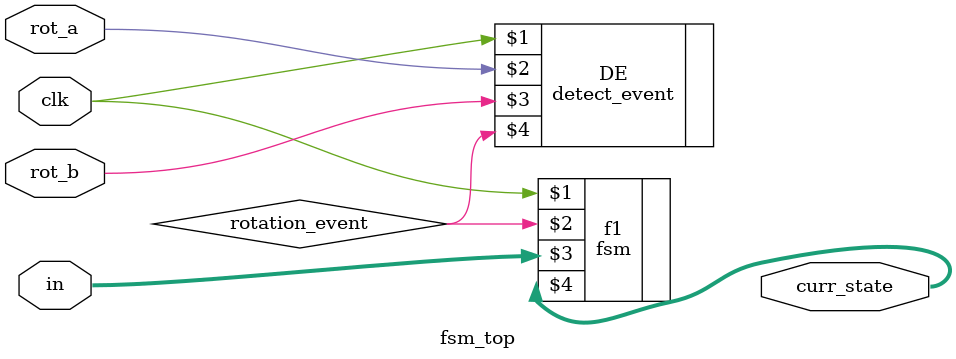
<source format=v>
`timescale 1ns / 1ps
module fsm_top(clk, rot_a, rot_b, in, curr_state);
	input clk, rot_a, rot_b;
	input [1:0]in;
	
	output [3:0]curr_state;
	wire [3:0]curr_state;
	
	detect_event DE(clk, rot_a, rot_b, rotation_event);
	fsm f1(clk, rotation_event, in, curr_state);


endmodule

</source>
